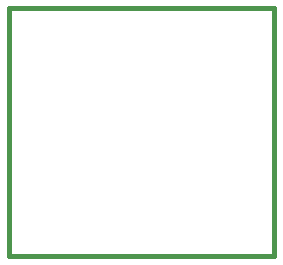
<source format=gbo>
G04 (created by PCBNEW-RS274X (2011-05-25)-stable) date Fri 22 Feb 2013 06:20:34 AM EST*
G01*
G70*
G90*
%MOIN*%
G04 Gerber Fmt 3.4, Leading zero omitted, Abs format*
%FSLAX34Y34*%
G04 APERTURE LIST*
%ADD10C,0.006000*%
%ADD11C,0.015000*%
G04 APERTURE END LIST*
G54D10*
G54D11*
X09120Y-00260D02*
X09120Y-00440D01*
X01340Y-00260D02*
X09120Y-00260D01*
X09120Y-08540D02*
X09120Y-00340D01*
X00280Y-08540D02*
X09120Y-08540D01*
X00280Y-08540D02*
X00280Y-08120D01*
X00280Y-00260D02*
X00280Y-00880D01*
X01320Y-00260D02*
X00280Y-00260D01*
X00280Y-08460D02*
X00280Y-00320D01*
M02*

</source>
